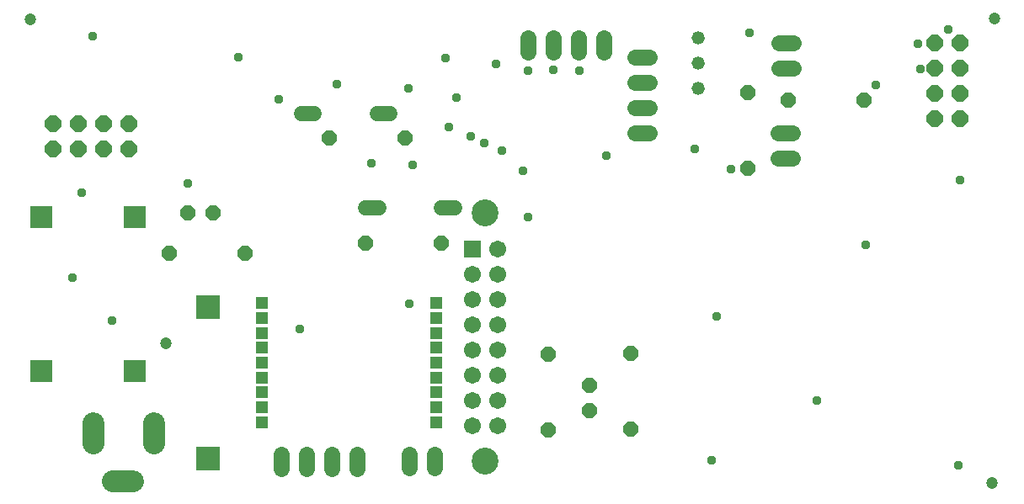
<source format=gbr>
G04 EAGLE Gerber RS-274X export*
G75*
%MOMM*%
%FSLAX34Y34*%
%LPD*%
%INSoldermask Bottom*%
%IPPOS*%
%AMOC8*
5,1,8,0,0,1.08239X$1,22.5*%
G01*
%ADD10C,1.203200*%
%ADD11C,1.625600*%
%ADD12P,1.759533X8X292.500000*%
%ADD13P,1.649562X8X112.500000*%
%ADD14R,2.489200X2.489200*%
%ADD15C,2.203200*%
%ADD16P,1.649562X8X202.500000*%
%ADD17P,1.649562X8X22.500000*%
%ADD18P,1.649562X8X292.500000*%
%ADD19C,1.320800*%
%ADD20P,1.759533X8X202.500000*%
%ADD21R,2.203200X2.203200*%
%ADD22R,1.311200X1.311200*%
%ADD23R,1.711200X1.711200*%
%ADD24C,1.711200*%
%ADD25C,2.703200*%
%ADD26C,1.524000*%
%ADD27C,0.959600*%


D10*
X980000Y18000D03*
X982000Y486000D03*
X13000Y485000D03*
X149000Y159000D03*
D11*
X620888Y370900D02*
X635112Y370900D01*
X635112Y396300D02*
X620888Y396300D01*
X620888Y421700D02*
X635112Y421700D01*
X635112Y447100D02*
X620888Y447100D01*
D12*
X922300Y460700D03*
X947700Y460700D03*
X922300Y435300D03*
X947700Y435300D03*
X922300Y409900D03*
X947700Y409900D03*
X947700Y384500D03*
X922300Y384500D03*
D13*
X575000Y91400D03*
X575000Y116800D03*
D11*
X393900Y47412D02*
X393900Y33188D01*
X419300Y33188D02*
X419300Y47412D01*
X341100Y47112D02*
X341100Y32888D01*
X315700Y32888D02*
X315700Y47112D01*
X290300Y47112D02*
X290300Y32888D01*
X264900Y32888D02*
X264900Y47112D01*
D14*
X191300Y42500D03*
X191300Y194900D03*
D11*
X765988Y461100D02*
X780212Y461100D01*
X780212Y435700D02*
X765988Y435700D01*
D15*
X137300Y78200D02*
X137300Y58200D01*
X76300Y58200D02*
X76300Y78200D01*
X96300Y20200D02*
X116300Y20200D01*
D16*
X196600Y290100D03*
X171200Y290100D03*
D11*
X764688Y344700D02*
X778912Y344700D01*
X778912Y370100D02*
X764688Y370100D01*
D17*
X349500Y259700D03*
X425700Y259700D03*
D18*
X734400Y411000D03*
X734400Y334800D03*
D17*
X313400Y365400D03*
X389600Y365400D03*
D19*
X684300Y466400D03*
X684300Y441000D03*
X684300Y415600D03*
D16*
X229000Y249400D03*
X152800Y249400D03*
D17*
X775200Y403400D03*
X851400Y403400D03*
D18*
X533900Y147900D03*
X533900Y71700D03*
X616900Y148500D03*
X616900Y72300D03*
D20*
X112200Y379700D03*
X112200Y354300D03*
X86800Y379700D03*
X86800Y354300D03*
X61400Y379700D03*
X61400Y354300D03*
X36000Y354300D03*
X36000Y379700D03*
D11*
X589100Y452188D02*
X589100Y466412D01*
X563700Y466412D02*
X563700Y452188D01*
X538300Y452188D02*
X538300Y466412D01*
X512900Y466412D02*
X512900Y452188D01*
D21*
X23810Y130730D03*
X117790Y130730D03*
X117790Y285670D03*
X23810Y285670D03*
D22*
X246000Y79300D03*
X246000Y94300D03*
X246000Y109300D03*
X246000Y124300D03*
X246000Y139300D03*
X246000Y154300D03*
X246000Y184300D03*
X246000Y169300D03*
X246000Y199300D03*
X421000Y79300D03*
X421000Y94300D03*
X421000Y109300D03*
X421000Y124300D03*
X421000Y139300D03*
X421000Y154300D03*
X421000Y184300D03*
X421000Y169300D03*
X421000Y199300D03*
D23*
X457200Y254000D03*
D24*
X482600Y254000D03*
X457200Y228600D03*
X482600Y228600D03*
X457200Y203200D03*
X482600Y203200D03*
X457200Y177800D03*
X482600Y177800D03*
X457200Y152400D03*
X482600Y152400D03*
X457200Y127000D03*
X482600Y127000D03*
X457200Y101600D03*
X482600Y101600D03*
X457200Y76200D03*
X482600Y76200D03*
D25*
X469900Y290100D03*
X469900Y40100D03*
D26*
X439704Y295000D02*
X426496Y295000D01*
X363504Y295000D02*
X350296Y295000D01*
X298504Y390000D02*
X285296Y390000D01*
X361496Y390000D02*
X374704Y390000D01*
D27*
X171000Y320000D03*
X262750Y404000D03*
X393000Y415000D03*
X513000Y286000D03*
X508000Y332000D03*
X321000Y420000D03*
X487000Y353000D03*
X76000Y468000D03*
X65000Y310000D03*
X55000Y225000D03*
X95000Y182000D03*
X703000Y186000D03*
X356000Y340000D03*
X592000Y348000D03*
X681000Y354000D03*
X736000Y471000D03*
X853000Y258000D03*
X948000Y323000D03*
X698000Y41000D03*
X804000Y101000D03*
X946000Y36000D03*
X222000Y447000D03*
X481000Y440000D03*
X441000Y406000D03*
X469000Y360000D03*
X863000Y419000D03*
X456000Y367000D03*
X434000Y376000D03*
X430000Y446000D03*
X565000Y433000D03*
X539000Y434000D03*
X513000Y433000D03*
X394000Y199000D03*
X397000Y338000D03*
X905000Y460000D03*
X936000Y475000D03*
X908000Y435000D03*
X717000Y334000D03*
X284000Y173000D03*
M02*

</source>
